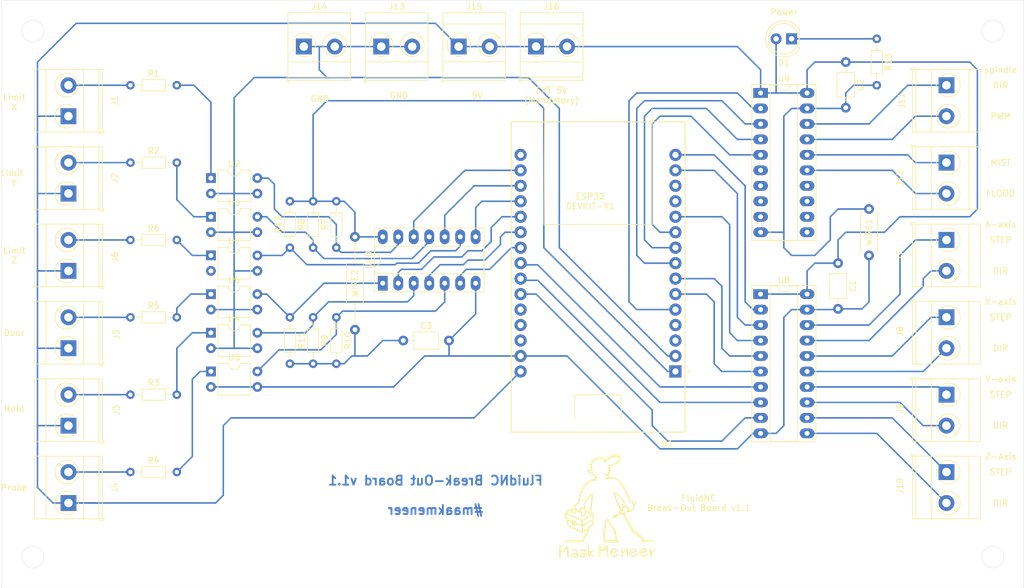
<source format=kicad_pcb>
(kicad_pcb (version 20221018) (generator pcbnew)
  (layers (0 "F.Cu" signal) (31 "B.Cu" signal) (34 "B.Paste" user) (35 "F.Paste" user) (36 "B.SilkS" user "B.Silkscreen") (37 "F.SilkS" user "F.Silkscreen") (38 "B.Mask" user) (39 "F.Mask" user) (44 "Edge.Cuts" user))
  (net 0 "")
  (net 1 "Net-(D1-K)")
  (net 2 "Net-(J1-Pin_2)")
  (net 3 "Net-(J2-Pin_2)")
  (net 4 "Net-(J3-Pin_2)")
  (net 5 "Net-(J4-Pin_2)")
  (net 6 "Net-(J5-Pin_2)")
  (net 7 "Net-(J6-Pin_2)")
  (net 8 "Net-(J7-Pin_1)")
  (net 9 "Net-(J7-Pin_2)")
  (net 10 "Net-(J8-Pin_1)")
  (net 11 "Net-(J8-Pin_2)")
  (net 12 "Net-(J9-Pin_1)")
  (net 13 "Net-(R10-Pad1)")
  (net 14 "Net-(R9-Pad1)")
  (net 15 "Net-(R12-Pad1)")
  (net 16 "Net-(R11-Pad1)")
  (net 17 "Net-(R8-Pad1)")
  (net 18 "Net-(R7-Pad1)")
  (net 19 "Net-(J9-Pin_2)")
  (net 20 "GND")
  (net 21 "Net-(R1-Pad2)")
  (net 22 "Net-(R2-Pad2)")
  (net 23 "Net-(R3-Pad2)")
  (net 24 "Net-(R4-Pad2)")
  (net 25 "Net-(R5-Pad2)")
  (net 26 "Net-(R6-Pad2)")
  (net 27 "+5V")
  (net 28 "Net-(J10-Pin_1)")
  (net 29 "Net-(J10-Pin_2)")
  (net 30 "Net-(J11-Pin_1)")
  (net 31 "Net-(J11-Pin_2)")
  (net 32 "Net-(J12-Pin_1)")
  (net 33 "Net-(J12-Pin_2)")
  (net 35 "+3V3")
  (net 37 "Net-(U1-D4)")
  (net 38 "Net-(U1-RX2)")
  (net 39 "Net-(U1-TX2)")
  (net 40 "Net-(U1-D5)")
  (net 41 "Net-(U1-D18)")
  (net 42 "Net-(U1-D19)")
  (net 43 "Net-(U1-D21)")
  (net 46 "Net-(U1-D22)")
  (net 47 "Net-(U1-D23)")
  (net 49 "Net-(U1-VP)")
  (net 50 "Net-(U1-VN)")
  (net 51 "Net-(U1-D34)")
  (net 52 "Net-(U1-D35)")
  (net 53 "Net-(U1-D32)")
  (net 54 "Net-(U1-D33)")
  (net 55 "Net-(U1-D25)")
  (net 56 "Net-(U1-D26)")
  (net 57 "Net-(U1-D27)")
  (footprint "Package_DIP:DIP-4_W7.62mm" (layer "F.Cu") (at 85.09 63.5)
    (fp_text reference "U2")
    (fp_text value "PC817")
  )
  (footprint "Package_DIP:DIP-4_W7.62mm" (layer "F.Cu") (at 85.09 69.85)
    (fp_text reference "U3")
    (fp_text value "PC817")
  )
  (footprint "Package_DIP:DIP-4_W7.62mm" (layer "F.Cu") (at 85.09 88.9)
    (fp_text reference "U4")
    (fp_text value "PC817")
  )
  (footprint "Package_DIP:DIP-4_W7.62mm" (layer "F.Cu") (at 85.09 95.25)
    (fp_text reference "U5")
    (fp_text value "PC817")
  )
  (footprint "Package_DIP:DIP-4_W7.62mm" (layer "F.Cu") (at 85.09 82.55)
    (fp_text reference "U6")
    (fp_text value "PC817")
  )
  (footprint "Package_DIP:DIP-4_W7.62mm" (layer "F.Cu") (at 85.09 76.2)
    (fp_text reference "U7")
    (fp_text value "PC817")
  )
  (footprint "Capacitor_THT:C_Axial_L3.8mm_D2.6mm_P7.50mm_Horizontal" (layer "F.Cu") (at 187.96 77.47 -90)
    (fp_text reference "C1")
    (fp_text value "100nF")
  )
  (footprint "Capacitor_THT:C_Axial_L3.8mm_D2.6mm_P7.50mm_Horizontal" (layer "F.Cu") (at 189.23 44.45 -90)
    (fp_text reference "C2")
    (fp_text value "100nF")
  )
  (footprint "LED_THT:LED_D5.0mm" (layer "F.Cu") (at 180.34 40.64 180)
    (fp_text reference "D1")
    (fp_text value "LED")
  )
  (footprint "Resistor_THT:R_Axial_DIN0204_L3.6mm_D1.6mm_P7.62mm_Horizontal" (layer "F.Cu") (at 71.882 48.26)
    (fp_text reference "R1")
    (fp_text value "220")
  )
  (footprint "Resistor_THT:R_Axial_DIN0204_L3.6mm_D1.6mm_P7.62mm_Horizontal" (layer "F.Cu") (at 71.882 60.96)
    (fp_text reference "R2")
    (fp_text value "220")
  )
  (footprint "Resistor_THT:R_Axial_DIN0204_L3.6mm_D1.6mm_P7.62mm_Horizontal" (layer "F.Cu") (at 71.882 99.06)
    (fp_text reference "R3")
    (fp_text value "220")
  )
  (footprint "Resistor_THT:R_Axial_DIN0204_L3.6mm_D1.6mm_P7.62mm_Horizontal" (layer "F.Cu") (at 71.882 111.76)
    (fp_text reference "R4")
    (fp_text value "220")
  )
  (footprint "Resistor_THT:R_Axial_DIN0204_L3.6mm_D1.6mm_P7.62mm_Horizontal" (layer "F.Cu") (at 71.882 86.36)
    (fp_text reference "R5")
    (fp_text value "220")
  )
  (footprint "Resistor_THT:R_Axial_DIN0204_L3.6mm_D1.6mm_P7.62mm_Horizontal" (layer "F.Cu") (at 71.882 73.66)
    (fp_text reference "R6")
    (fp_text value "220")
  )
  (footprint "Resistor_THT:R_Axial_DIN0204_L3.6mm_D1.6mm_P7.62mm_Horizontal" (layer "F.Cu") (at 105.664 74.93 90)
    (fp_text reference "R7")
    (fp_text value "10k")
  )
  (footprint "Resistor_THT:R_Axial_DIN0204_L3.6mm_D1.6mm_P7.62mm_Horizontal" (layer "F.Cu") (at 101.854 74.93 90)
    (fp_text reference "R8")
    (fp_text value "10k")
  )
  (footprint "Resistor_THT:R_Axial_DIN0204_L3.6mm_D1.6mm_P7.62mm_Horizontal" (layer "F.Cu") (at 101.854 86.36 -90)
    (fp_text reference "R9")
    (fp_text value "10k")
  )
  (footprint "Resistor_THT:R_Axial_DIN0204_L3.6mm_D1.6mm_P7.62mm_Horizontal" (layer "F.Cu") (at 105.664 86.36 -90)
    (fp_text reference "R10")
    (fp_text value "10k")
  )
  (footprint "Resistor_THT:R_Axial_DIN0204_L3.6mm_D1.6mm_P7.62mm_Horizontal" (layer "F.Cu") (at 98.044 86.36 -90)
    (fp_text reference "R11")
    (fp_text value "10k")
  )
  (footprint "Resistor_THT:R_Axial_DIN0204_L3.6mm_D1.6mm_P7.62mm_Horizontal" (layer "F.Cu") (at 98.044 74.93 90)
    (fp_text reference "R12")
    (fp_text value "10k")
  )
  (footprint "Resistor_THT:R_Axial_DIN0204_L3.6mm_D1.6mm_P7.62mm_Horizontal" (layer "F.Cu") (at 194.31 40.64 -90)
    (fp_text reference "R13")
    (fp_text value "330")
  )
  (footprint "ESP32-DEVKIT-V1:MODULE_ESP32_DEVKIT_V1" (layer "F.Cu") (at 148.59 79.735 180)
    (fp_text reference "U1")
    (fp_text value "ESP32-DEVKIT-V1")
  )
  (footprint "Package_DIP:DIP-20_W7.62mm_Socket_LongPads" (layer "F.Cu") (at 175.26 82.55)
    (fp_text reference "U8")
    (fp_text value "74HCT245n")
  )
  (footprint "Package_DIP:DIP-20_W7.62mm_Socket_LongPads" (layer "F.Cu") (at 175.26 49.53)
    (fp_text reference "U9")
    (fp_text value "74HCT245n")
  )
  (footprint "TerminalBlock_MetzConnect:TerminalBlock_MetzConnect_Type073_RT02602HBLU_1x02_P5.08mm_Horizontal" (layer "F.Cu") (at 61.722 53.34 90)
    (fp_text reference "J1")
    (fp_text value "X_Limit")
  )
  (footprint "TerminalBlock_MetzConnect:TerminalBlock_MetzConnect_Type073_RT02602HBLU_1x02_P5.08mm_Horizontal" (layer "F.Cu") (at 61.722 66.04 90)
    (fp_text reference "J2")
    (fp_text value "Y_Limit")
  )
  (footprint "TerminalBlock_MetzConnect:TerminalBlock_MetzConnect_Type073_RT02602HBLU_1x02_P5.08mm_Horizontal" (layer "F.Cu") (at 61.722 104.14 90)
    (fp_text reference "J3")
    (fp_text value "Hold")
  )
  (footprint "TerminalBlock_MetzConnect:TerminalBlock_MetzConnect_Type073_RT02602HBLU_1x02_P5.08mm_Horizontal" (layer "F.Cu") (at 61.722 116.84 90)
    (fp_text reference "J4")
    (fp_text value "Probe")
  )
  (footprint "TerminalBlock_MetzConnect:TerminalBlock_MetzConnect_Type073_RT02602HBLU_1x02_P5.08mm_Horizontal" (layer "F.Cu") (at 61.722 91.44 90)
    (fp_text reference "J5")
    (fp_text value "Door")
  )
  (footprint "TerminalBlock_MetzConnect:TerminalBlock_MetzConnect_Type073_RT02602HBLU_1x02_P5.08mm_Horizontal" (layer "F.Cu") (at 61.722 78.74 90)
    (fp_text reference "J6")
    (fp_text value "Z_Limit")
  )
  (footprint "TerminalBlock_MetzConnect:TerminalBlock_MetzConnect_Type073_RT02602HBLU_1x02_P5.08mm_Horizontal" (layer "F.Cu") (at 205.74 73.66 -90)
    (fp_text reference "J7")
    (fp_text value "A_stepdir")
  )
  (footprint "TerminalBlock_MetzConnect:TerminalBlock_MetzConnect_Type073_RT02602HBLU_1x02_P5.08mm_Horizontal" (layer "F.Cu") (at 205.74 86.36 -90)
    (fp_text reference "J8")
    (fp_text value "X_stepdir")
  )
  (footprint "TerminalBlock_MetzConnect:TerminalBlock_MetzConnect_Type073_RT02602HBLU_1x02_P5.08mm_Horizontal" (layer "F.Cu") (at 205.74 99.06 -90)
    (fp_text reference "J9")
    (fp_text value "Y_stepdir")
  )
  (footprint "TerminalBlock_MetzConnect:TerminalBlock_MetzConnect_Type073_RT02602HBLU_1x02_P5.08mm_Horizontal" (layer "F.Cu") (at 205.74 111.76 -90)
    (fp_text reference "J10")
    (fp_text value "Z_stepdir")
  )
  (footprint "TerminalBlock_MetzConnect:TerminalBlock_MetzConnect_Type073_RT02602HBLU_1x02_P5.08mm_Horizontal" (layer "F.Cu") (at 205.74 48.26 -90)
    (fp_text reference "J11")
    (fp_text value "spindle_pwm_dir")
  )
  (footprint "TerminalBlock_MetzConnect:TerminalBlock_MetzConnect_Type073_RT02602HBLU_1x02_P5.08mm_Horizontal" (layer "F.Cu") (at 205.74 60.96 -90)
    (fp_text reference "J12")
    (fp_text value "Flood_Mist")
  )
  (footprint "Resistor_THT:R_Axial_DIN0207_L6.3mm_D2.5mm_P7.62mm_Horizontal" (layer "F.Cu") (at 193.04 68.58 -90)
    (fp_text reference "WIRE1")
    (fp_text value "0")
  )
  (footprint "Resistor_THT:R_Axial_DIN0207_L6.3mm_D2.5mm_P15.24mm_Horizontal" (layer "F.Cu") (at 108.712 88.392 90)
    (fp_text reference "WIRE2")
    (fp_text value "0")
  )
  (footprint "Pictures:maakmeneerlogo" (layer "F.Cu") (at 149.86 127)
    (fp_text reference "G***" hide)
    (fp_text value "LOGO" hide)
  )
  (footprint "TerminalBlock_MetzConnect:TerminalBlock_MetzConnect_Type073_RT02602HBLU_1x02_P5.08mm_Horizontal" (layer "F.Cu") (at 113.03 41.91)
    (fp_text reference "J13")
    (fp_text value "GND")
  )
  (footprint "TerminalBlock_MetzConnect:TerminalBlock_MetzConnect_Type073_RT02602HBLU_1x02_P5.08mm_Horizontal" (layer "F.Cu") (at 100.33 41.91)
    (fp_text reference "J14")
    (fp_text value "GND")
  )
  (footprint "TerminalBlock_MetzConnect:TerminalBlock_MetzConnect_Type073_RT02602HBLU_1x02_P5.08mm_Horizontal" (layer "F.Cu") (at 125.73 41.91)
    (fp_text reference "J15")
    (fp_text value "+5v")
  )
  (footprint "TerminalBlock_MetzConnect:TerminalBlock_MetzConnect_Type073_RT02602HBLU_1x02_P5.08mm_Horizontal" (layer "F.Cu") (at 138.43 41.91)
    (fp_text reference "J16")
    (fp_text value "+5v")
  )
  (footprint "Package_DIP:DIP-14_W7.62mm_Socket_LongPads" (layer "F.Cu") (at 113.279 80.762 90)
    (fp_text reference "U10")
    (fp_text value "74HC14")
  )
  (footprint "Capacitor_THT:C_Axial_L3.8mm_D2.6mm_P7.50mm_Horizontal" (layer "F.Cu") (at 116.646 90.17)
    (fp_text reference "C3")
    (fp_text value "100nF")
  )
  (gr_line (start 139.81 51.995) (end 139.7 71.12) (stroke (width 0.12)) (layer "F.SilkS"))
  (gr_line (start 144.78 102.87) (end 144.78 99.06) (stroke (width 0.12)) (layer "F.SilkS"))
  (gr_line (start 152.4 99.06) (end 152.4 102.87) (stroke (width 0.12)) (layer "F.SilkS"))
  (gr_line (start 144.78 99.06) (end 152.4 99.06) (stroke (width 0.12)) (layer "F.SilkS"))
  (gr_line (start 157.48 71.12) (end 157.48 52.07) (stroke (width 0.12)) (layer "F.SilkS"))
  (gr_line (start 139.7 71.12) (end 157.48 71.12) (stroke (width 0.12)) (layer "F.SilkS"))
  (gr_line (start 50.8 130.81) (end 50.8 34.29) (stroke (width 0.05)) (layer "Edge.Cuts"))
  (gr_circle (center 55.88 39.37) (end 57.15 40.64) (stroke (width 0.05)) (fill none) (layer "Edge.Cuts"))
  (gr_line (start 218.44 34.29) (end 218.44 130.81) (stroke (width 0.05)) (layer "Edge.Cuts"))
  (gr_circle (center 213.36 125.73) (end 214.63 127) (stroke (width 0.05)) (fill none) (layer "Edge.Cuts"))
  (gr_circle (center 55.88 125.73) (end 57.15 127) (stroke (width 0.05)) (fill none) (layer "Edge.Cuts"))
  (gr_circle (center 213.36 39.37) (end 214.63 40.64) (stroke (width 0.05)) (fill none) (layer "Edge.Cuts"))
  (gr_line (start 50.8 34.29) (end 218.44 34.29) (stroke (width 0.05)) (layer "Edge.Cuts"))
  (gr_line (start 218.44 130.81) (end 50.8 130.81) (stroke (width 0.05)) (layer "Edge.Cuts"))
  (gr_text "FluidNC Break-Out Board v1.1\n\n#maakmeneer" (at 121.92 115.57) (layer "B.Cu") (effects (font (size 1.5 1.5) (thickness 0.3)) (justify mirror)))
  (gr_text "spindle" (at 214.63 45.72) (layer "F.SilkS") (effects (font (size 1 1))))
  (gr_text "Limit\nX\n" (at 52.832 51.054) (layer "F.SilkS") (effects (font (size 1 1))))
  (gr_text "GND" (at 101.346 51.054) (layer "F.SilkS") (effects (font (size 1 1)) (justify left bottom)))
  (gr_text "Probe" (at 52.832 114.3) (layer "F.SilkS") (effects (font (size 1 1))))
  (gr_text "Door" (at 52.832 88.9) (layer "F.SilkS") (effects (font (size 1 1))))
  (gr_text "FluidNC\nBreak-Out Board v1.1" (at 165.1 116.84) (layer "F.SilkS") (effects (font (size 1 1))))
  (gr_text "GND" (at 114.3 50.546) (layer "F.SilkS") (effects (font (size 1 1)) (justify left bottom)))
  (gr_text "STEP" (at 214.63 86.36) (layer "F.SilkS") (effects (font (size 1 1))))
  (gr_text "DIR" (at 214.63 104.14) (layer "F.SilkS") (effects (font (size 1 1))))
  (gr_text "DIR" (at 214.63 78.74) (layer "F.SilkS") (effects (font (size 1 1))))
  (gr_text "Y-axis" (at 214.63 96.52) (layer "F.SilkS") (effects (font (size 1 1))))
  (gr_text "PWM" (at 214.63 53.34) (layer "F.SilkS") (effects (font (size 1 1))))
  (gr_text "ESP32\nDEVKIT-V1" (at 147.32 67.31) (layer "F.SilkS") (effects (font (size 1 1))))
  (gr_text "A-axis" (at 214.63 71.12) (layer "F.SilkS") (effects (font (size 1 1))))
  (gr_text "FLOOD" (at 214.63 66.04) (layer "F.SilkS") (effects (font (size 1 1))))
  (gr_text "Hold" (at 52.832 101.346) (layer "F.SilkS") (effects (font (size 1 1))))
  (gr_text "Limit \nY" (at 52.832 63.5) (layer "F.SilkS") (effects (font (size 1 1))))
  (gr_text "Limit\nZ" (at 52.832 76.2) (layer "F.SilkS") (effects (font (size 1 1))))
  (gr_text "Power" (at 176.784 36.83) (layer "F.SilkS") (effects (font (size 1 1)) (justify left bottom)))
  (gr_text "DIR" (at 214.63 116.84) (layer "F.SilkS") (effects (font (size 1 1))))
  (gr_text "MIST" (at 214.63 60.96) (layer "F.SilkS") (effects (font (size 1 1))))
  (gr_text "DIR" (at 214.63 91.44) (layer "F.SilkS") (effects (font (size 1 1))))
  (gr_text "Z-Axis" (at 214.63 109.22) (layer "F.SilkS") (effects (font (size 1 1))))
  (gr_text "DIR" (at 214.63 48.26) (layer "F.SilkS") (effects (font (size 1 1))))
  (gr_text "STEP" (at 214.63 73.66) (layer "F.SilkS") (effects (font (size 1 1))))
  (gr_text "5V" (at 127.762 50.546) (layer "F.SilkS") (effects (font (size 1 1)) (justify left bottom)))
  (gr_text "X-axis" (at 214.63 83.82) (layer "F.SilkS") (effects (font (size 1 1))))
  (gr_text "STEP" (at 214.63 111.76) (layer "F.SilkS") (effects (font (size 1 1))))
  (gr_text "EXT 5V\n(Mandatory)\n" (at 140.97 51.308) (layer "F.SilkS") (effects (font (size 1 1)) (justify bottom)))
  (gr_text "STEP" (at 214.63 99.06) (layer "F.SilkS") (effects (font (size 1 1))))
  (segment (start 180.34 40.64) (end 194.31 40.64) (width 0.25) (layer "B.Cu") (net 1))
  (segment (start 61.722 48.26) (end 71.882 48.26) (width 0.25) (layer "B.Cu") (net 2))
  (segment (start 61.722 60.96) (end 71.882 60.96) (width 0.25) (layer "B.Cu") (net 3))
  (segment (start 61.722 99.06) (end 71.882 99.06) (width 0.25) (layer "B.Cu") (net 4))
  (segment (start 61.722 111.76) (end 71.882 111.76) (width 0.25) (layer "B.Cu") (net 5))
  (segment (start 61.722 86.36) (end 71.882 86.36) (width 0.25) (layer "B.Cu") (net 6))
  (segment (start 61.722 73.66) (end 71.882 73.66) (width 0.25) (layer "B.Cu") (net 7))
  (segment (start 200.66 73.66) (end 205.74 73.66) (width 0.25) (layer "B.Cu") (net 8))
  (segment (start 182.88 87.63) (end 193.04 87.63) (width 0.25) (layer "B.Cu") (net 8))
  (segment (start 198.12 82.55) (end 198.12 76.2) (width 0.25) (layer "B.Cu") (net 8))
  (segment (start 198.12 76.2) (end 200.66 73.66) (width 0.25) (layer "B.Cu") (net 8))
  (segment (start 193.04 87.63) (end 198.12 82.55) (width 0.25) (layer "B.Cu") (net 8))
  (segment (start 203.2 78.74) (end 205.74 78.74) (width 0.25) (layer "B.Cu") (net 9))
  (segment (start 201.93 80.01) (end 203.2 78.74) (width 0.25) (layer "B.Cu") (net 9))
  (segment (start 182.88 90.17) (end 193.04 90.17) (width 0.25) (layer "B.Cu") (net 9))
  (segment (start 193.04 90.17) (end 201.93 81.28) (width 0.25) (layer "B.Cu") (net 9))
  (segment (start 201.93 81.28) (end 201.93 80.01) (width 0.25) (layer "B.Cu") (net 9))
  (segment (start 196.85 92.71) (end 203.2 86.36) (width 0.25) (layer "B.Cu") (net 10))
  (segment (start 203.2 86.36) (end 205.74 86.36) (width 0.25) (layer "B.Cu") (net 10))
  (segment (start 182.88 92.71) (end 196.85 92.71) (width 0.25) (layer "B.Cu") (net 10))
  (segment (start 182.88 95.25) (end 201.93 95.25) (width 0.25) (layer "B.Cu") (net 11))
  (segment (start 201.93 95.25) (end 205.74 91.44) (width 0.25) (layer "B.Cu") (net 11))
  (segment (start 204.47 97.79) (end 205.74 99.06) (width 0.25) (layer "B.Cu") (net 12))
  (segment (start 182.88 97.79) (end 204.47 97.79) (width 0.25) (layer "B.Cu") (net 12))
  (segment (start 103.124 91.694) (end 105.664 89.154) (width 0.25) (layer "B.Cu") (net 13))
  (segment (start 96.266 91.694) (end 103.124 91.694) (width 0.25) (layer "B.Cu") (net 13))
  (segment (start 105.664 86.36) (end 106.68 85.344) (width 0.25) (layer "B.Cu") (net 13))
  (segment (start 123.439 83.825) (end 123.439 80.762) (width 0.25) (layer "B.Cu") (net 13))
  (segment (start 105.664 89.154) (end 105.664 86.36) (width 0.25) (layer "B.Cu") (net 13))
  (segment (start 121.92 85.344) (end 123.439 83.825) (width 0.25) (layer "B.Cu") (net 13))
  (segment (start 92.71 95.25) (end 96.266 91.694) (width 0.25) (layer "B.Cu") (net 13))
  (segment (start 106.68 85.344) (end 121.92 85.344) (width 0.25) (layer "B.Cu") (net 13))
  (segment (start 101.854 87.63) (end 101.854 86.36) (width 0.25) (layer "B.Cu") (net 14))
  (segment (start 104.394 83.82) (end 117.348 83.82) (width 0.25) (layer "B.Cu") (net 14))
  (segment (start 118.359 82.809) (end 118.359 80.762) (width 0.25) (layer "B.Cu") (net 14))
  (segment (start 117.348 83.82) (end 118.359 82.809) (width 0.25) (layer "B.Cu") (net 14))
  (segment (start 100.584 88.9) (end 101.854 87.63) (width 0.25) (layer "B.Cu") (net 14))
  (segment (start 92.71 88.9) (end 100.584 88.9) (width 0.25) (layer "B.Cu") (net 14))
  (segment (start 101.854 86.36) (end 104.394 83.82) (width 0.25) (layer "B.Cu") (net 14))
  (segment (start 125.979 73.142) (end 125.979 74.681) (width 0.25) (layer "B.Cu") (net 15))
  (segment (start 119.126 77.47) (end 115.57 77.47) (width 0.25) (layer "B.Cu") (net 15))
  (segment (start 121.158 75.438) (end 119.126 77.47) (width 0.25) (layer "B.Cu") (net 15))
  (segment (start 96.774 76.2) (end 98.044 74.93) (width 0.25) (layer "B.Cu") (net 15))
  (segment (start 125.222 75.438) (end 121.158 75.438) (width 0.25) (layer "B.Cu") (net 15))
  (segment (start 100.838 77.724) (end 98.044 74.93) (width 0.25) (layer "B.Cu") (net 15))
  (segment (start 92.71 76.2) (end 96.774 76.2) (width 0.25) (layer "B.Cu") (net 15))
  (segment (start 115.57 77.47) (end 115.316 77.724) (width 0.25) (layer "B.Cu") (net 15))
  (segment (start 115.316 77.724) (end 100.838 77.724) (width 0.25) (layer "B.Cu") (net 15))
  (segment (start 125.979 74.681) (end 125.222 75.438) (width 0.25) (layer "B.Cu") (net 15))
  (segment (start 113.279 80.762) (end 103.642 80.762) (width 0.25) (layer "B.Cu") (net 16))
  (segment (start 94.234 82.55) (end 98.044 86.36) (width 0.25) (layer "B.Cu") (net 16))
  (segment (start 103.642 80.762) (end 98.044 86.36) (width 0.25) (layer "B.Cu") (net 16))
  (segment (start 92.71 82.55) (end 94.234 82.55) (width 0.25) (layer "B.Cu") (net 16))
  (segment (start 94.234 69.85) (end 92.71 69.85) (width 0.25) (layer "B.Cu") (net 17))
  (segment (start 96.774 72.39) (end 94.234 69.85) (width 0.25) (layer "B.Cu") (net 17))
  (segment (start 118.11 76.708) (end 120.899 73.919) (width 0.25) (layer "B.Cu") (net 17))
  (segment (start 120.899 73.919) (end 120.899 73.142) (width 0.25) (layer "B.Cu") (net 17))
  (segment (start 96.774 72.39) (end 100.584 72.39) (width 0.25) (layer "B.Cu") (net 17))
  (segment (start 100.584 72.39) (end 101.854 73.66) (width 0.25) (layer "B.Cu") (net 17))
  (segment (start 101.854 73.66) (end 101.854 74.93) (width 0.25) (layer "B.Cu") (net 17))
  (segment (start 101.854 74.93) (end 103.632 76.708) (width 0.25) (layer "B.Cu") (net 17))
  (segment (start 103.632 76.708) (end 118.11 76.708) (width 0.25) (layer "B.Cu") (net 17))
  (segment (start 94.488 63.5) (end 92.71 63.5) (width 0.25) (layer "B.Cu") (net 18))
  (segment (start 95.504 68.58) (end 95.504 64.516) (width 0.25) (layer "B.Cu") (net 18))
  (segment (start 96.774 69.85) (end 95.504 68.58) (width 0.25) (layer "B.Cu") (net 18))
  (segment (start 104.394 69.85) (end 105.664 71.12) (width 0.25) (layer "B.Cu") (net 18))
  (segment (start 105.664 71.12) (end 105.664 74.93) (width 0.25) (layer "B.Cu") (net 18))
  (segment (start 96.774 69.85) (end 104.394 69.85) (width 0.25) (layer "B.Cu") (net 18))
  (segment (start 106.426 75.692) (end 114.554 75.692) (width 0.25) (layer "B.Cu") (net 18))
  (segment (start 105.664 74.93) (end 106.426 75.692) (width 0.25) (layer "B.Cu") (net 18))
  (segment (start 115.819 74.427) (end 115.819 73.142) (width 0.25) (layer "B.Cu") (net 18))
  (segment (start 114.554 75.692) (end 115.819 74.427) (width 0.25) (layer "B.Cu") (net 18))
  (segment (start 95.504 64.516) (end 94.488 63.5) (width 0.25) (layer "B.Cu") (net 18))
  (segment (start 182.88 100.33) (end 198.12 100.33) (width 0.25) (layer "B.Cu") (net 19))
  (segment (start 201.93 104.14) (end 205.74 104.14) (width 0.25) (layer "B.Cu") (net 19))
  (segment (start 198.12 100.33) (end 201.93 104.14) (width 0.25) (layer "B.Cu") (net 19))
  (segment (start 104.902 46.99) (end 104.14 46.99) (width 0.25) (layer "B.Cu") (net 20))
  (segment (start 115.062 97.79) (end 120.142 92.71) (width 0.25) (layer "B.Cu") (net 20))
  (segment (start 102.87 41.91) (end 104.14 41.91) (width 0.25) (layer "B.Cu") (net 20))
  (segment (start 179.07 53.34) (end 179.07 72.39) (width 0.25) (layer "B.Cu") (net 20))
  (segment (start 187.84 85.09) (end 187.96 84.97) (width 0.25) (layer "B.Cu") (net 20))
  (segment (start 191.89 84.97) (end 193.04 83.82) (width 0.25) (layer "B.Cu") (net 20))
  (segment (start 158.75 107.95) (end 171.45 107.95) (width 0.25) (layer "B.Cu") (net 20))
  (segment (start 142.24 74.93) (end 142.24 52.07) (width 0.25) (layer "B.Cu") (net 20))
  (segment (start 135.89 92.71) (end 143.51 92.71) (width 0.25) (layer "B.Cu") (net 20))
  (segment (start 124.146 90.17) (end 124.146 92.65) (width 0.25) (layer "B.Cu") (net 20))
  (segment (start 173.99 105.41) (end 175.26 105.41) (width 0.25) (layer "B.Cu") (net 20))
  (segment (start 179.07 104.14) (end 179.07 86.36) (width 0.25) (layer "B.Cu") (net 20))
  (segment (start 88.9 91.44) (end 92.71 91.44) (width 0.25) (layer "B.Cu") (net 20))
  (segment (start 102.87 45.72) (end 102.87 41.91) (width 0.25) (layer "B.Cu") (net 20))
  (segment (start 189.23 49.53) (end 189.23 51.95) (width 0.25) (layer "B.Cu") (net 20))
  (segment (start 128.519 80.762) (end 128.519 85.797) (width 0.25) (layer "B.Cu") (net 20))
  (segment (start 104.14 41.91) (end 105.41 41.91) (width 0.25) (layer "B.Cu") (net 20))
  (segment (start 88.9 78.74) (end 88.9 85.09) (width 0.25) (layer "B.Cu") (net 20))
  (segment (start 171.45 107.95) (end 173.99 105.41) (width 0.25) (layer "B.Cu") (net 20))
  (segment (start 124.206 92.71) (end 135.89 92.71) (width 0.25) (layer "B.Cu") (net 20))
  (segment (start 179.07 74.93) (end 180.34 76.2) (width 0.25) (layer "B.Cu") (net 20))
  (segment (start 175.26 72.39) (end 179.07 72.39) (width 0.25) (layer "B.Cu") (net 20))
  (segment (start 88.9 78.74) (end 92.71 78.74) (width 0.25) (layer "B.Cu") (net 20))
  (segment (start 179.07 86.36) (end 180.34 85.09) (width 0.25) (layer "B.Cu") (net 20))
  (segment (start 182.88 52.07) (end 180.34 52.07) (width 0.25) (layer "B.Cu") (net 20))
  (segment (start 182.88 85.09) (end 187.84 85.09) (width 0.25) (layer "B.Cu") (net 20))
  (segment (start 160.02 92.71) (end 142.24 74.93) (width 0.25) (layer "B.Cu") (net 20))
  (segment (start 186.69 73.66) (end 186.69 69.85) (width 0.25) (layer "B.Cu") (net 20))
  (segment (start 180.34 52.07) (end 179.07 53.34) (width 0.25) (layer "B.Cu") (net 20))
  (segment (start 137.16 46.99) (end 104.902 46.99) (width 0.25) (layer "B.Cu") (net 20))
  (segment (start 128.519 85.797) (end 124.146 90.17) (width 0.25) (layer "B.Cu") (net 20))
  (segment (start 182.88 52.07) (end 189.11 52.07) (width 0.25) (layer "B.Cu") (net 20))
  (segment (start 184.15 76.2) (end 186.69 73.66) (width 0.25) (layer "B.Cu") (net 20))
  (segment (start 85.09 97.79) (end 92.71 97.79) (width 0.25) (layer "B.Cu") (net 20))
  (segment (start 88.9 66.04) (end 92.71 66.04) (width 0.25) (layer "B.Cu") (net 20))
  (segment (start 85.09 66.04) (end 88.9 66.04) (width 0.25) (layer "B.Cu") (net 20))
  (segment (start 193.04 83.82) (end 193.04 76.2) (width 0.25) (layer "B.Cu") (net 20))
  (segment (start 88.9 66.04) (end 88.9 50.292) (width 0.25) (layer "B.Cu") (net 20))
  (segment (start 92.71 97.79) (end 115.062 97.79) (width 0.25) (layer "B.Cu") (net 20))
  (segment (start 88.9 85.09) (end 88.9 91.44) (width 0.25) (layer "B.Cu") (net 20))
  (segment (start 161.29 92.71) (end 160.02 92.71) (width 0.25) (layer "B.Cu") (net 20))
  (segment (start 180.34 76.2) (end 184.15 76.2) (width 0.25) (layer "B.Cu") (net 20))
  (segment (start 85.09 85.09) (end 88.9 85.09) (width 0.25) (layer "B.Cu") (net 20))
  (segment (start 100.33 41.91) (end 102.87 41.91) (width 0.25) (layer "B.Cu") (net 20))
  (segment (start 88.9 66.04) (end 88.9 72.39) (width 0.25) (layer "B.Cu") (net 20))
  (segment (start 88.9 85.09) (end 92.71 85.09) (width 0.25) (layer "B.Cu") (net 20))
  (segment (start 88.9 72.39) (end 92.71 72.39) (width 0.25) (layer "B.Cu") (net 20))
  (segment (start 175.26 105.41) (end 177.8 105.41) (width 0.25) (layer "B.Cu") (net 20))
  (segment (start 186.69 69.85) (end 187.96 68.58) (width 0.25) (layer "B.Cu") (net 20))
  (segment (start 177.8 105.41) (end 179.07 104.14) (width 0.25) (layer "B.Cu") (net 20))
  (segment (start 142.24 52.07) (end 137.16 46.99) (width 0.25) (layer "B.Cu") (net 20))
  (segment (start 194.31 48.26) (end 190.5 48.26) (width 0.25) (layer "B.Cu") (net 20))
  (segment (start 88.9 50.292) (end 92.202 46.99) (width 0.25) (layer "B.Cu") (net 20))
  (segment (start 104.14 46.99) (end 102.87 45.72) (width 0.25) (layer "B.Cu") (net 20))
  (segment (start 190.5 48.26) (end 189.23 49.53) (width 0.25) (layer "B.Cu") (net 20))
  (segment (start 92.202 46.99) (end 104.902 46.99) (width 0.25) (layer "B.Cu") (net 20))
  (segment (start 120.142 92.71) (end 124.206 92.71) (width 0.25) (layer "B.Cu") (net 20))
  (segment (start 105.41 41.91) (end 113.03 41.91) (width 0.25) (layer "B.Cu") (net 20))
  (segment (start 85.09 72.39) (end 88.9 72.39) (width 0.25) (layer "B.Cu") (net 20))
  (segment (start 124.146 92.65) (end 124.206 92.71) (width 0.25) (layer "B.Cu") (net 20))
  (segment (start 143.51 92.71) (end 158.75 107.95) (width 0.25) (layer "B.Cu") (net 20))
  (segment (start 113.03 41.91) (end 118.11 41.91) (width 0.25) (layer "B.Cu") (net 20))
  (segment (start 187.96 68.58) (end 193.04 68.58) (width 0.25) (layer "B.Cu") (net 20))
  (segment (start 187.96 84.97) (end 191.89 84.97) (width 0.25) (layer "B.Cu") (net 20))
  (segment (start 85.09 91.44) (end 88.9 91.44) (width 0.25) (layer "B.Cu") (net 20))
  (segment (start 189.11 52.07) (end 189.23 51.95) (width 0.25) (layer "B.Cu") (net 20))
  (segment (start 179.07 72.39) (end 179.07 74.93) (width 0.25) (layer "B.Cu") (net 20))
  (segment (start 180.34 85.09) (end 182.88 85.09) (width 0.25) (layer "B.Cu") (net 20))
  (segment (start 88.9 78.74) (end 88.9 72.39) (width 0.25) (layer "B.Cu") (net 20))
  (segment (start 82.296 48.26) (end 85.09 51.054) (width 0.25) (layer "B.Cu") (net 21))
  (segment (start 85.09 51.054) (end 85.09 63.5) (width 0.25) (layer "B.Cu") (net 21))
  (segment (start 79.502 48.26) (end 82.296 48.26) (width 0.25) (layer "B.Cu") (net 21))
  (segment (start 79.502 60.96) (end 79.502 67.056) (width 0.25) (layer "B.Cu") (net 22))
  (segment (start 82.296 69.85) (end 85.09 69.85) (width 0.25) (layer "B.Cu") (net 22))
  (segment (start 79.502 67.056) (end 82.296 69.85) (width 0.25) (layer "B.Cu") (net 22))
  (segment (start 79.502 99.06) (end 79.502 91.44) (width 0.25) (layer "B.Cu") (net 23))
  (segment (start 79.502 91.44) (end 82.042 88.9) (width 0.25) (layer "B.Cu") (net 23))
  (segment (start 82.042 88.9) (end 85.09 88.9) (width 0.25) (layer "B.Cu") (net 23))
  (segment (start 83.312 95.25) (end 85.09 95.25) (width 0.25) (layer "B.Cu") (net 24))
  (segment (start 79.502 111.76) (end 82.042 109.22) (width 0.25) (layer "B.Cu") (net 24))
  (segment (start 82.042 96.52) (end 83.312 95.25) (width 0.25) (layer "B.Cu") (net 24))
  (segment (start 82.042 109.22) (end 82.042 96.52) (width 0.25) (layer "B.Cu") (net 24))
  (segment (start 79.502 84.836) (end 81.788 82.55) (width 0.25) (layer "B.Cu") (net 25))
  (segment (start 79.502 86.36) (end 79.502 84.836) (width 0.25) (layer "B.Cu") (net 25))
  (segment (start 81.788 82.55) (end 85.09 82.55) (width 0.25) (layer "B.Cu") (net 25))
  (segment (start 82.042 76.2) (end 85.09 76.2) (width 0.25) (layer "B.Cu") (net 26))
  (segment (start 79.502 73.66) (end 82.042 76.2) (width 0.25) (layer "B.Cu") (net 26))
  (segment (start 56.642 44.45) (end 56.642 53.34) (width 0.25) (layer "B.Cu") (net 27))
  (segment (start 56.642 114.3) (end 59.182 116.84) (width 0.25) (layer "B.Cu") (net 27))
  (segment (start 187.96 77.47) (end 187.96 73.66) (width 0.25) (layer "B.Cu") (net 27))
  (segment (start 56.642 78.74) (end 61.722 78.74) (width 0.25) (layer "B.Cu") (net 27))
  (segment (start 210.82 45.72) (end 210.82 68.58) (width 0.25) (layer "B.Cu") (net 27))
  (segment (start 125.73 41.91) (end 121.92 38.1) (width 0.25) (layer "B.Cu") (net 27))
  (segment (start 56.642 53.34) (end 56.642 66.04) (width 0.25) (layer "B.Cu") (net 27))
  (segment (start 189.23 44.45) (end 209.55 44.45) (width 0.25) (layer "B.Cu") (net 27))
  (segment (start 195.58 72.39) (end 198.12 69.85) (width 0.25) (layer "B.Cu") (net 27))
  (segment (start 210.82 68.58) (end 209.55 69.85) (width 0.25) (layer "B.Cu") (net 27))
  (segment (start 87.122 104.14) (end 88.392 102.87) (width 0.25) (layer "B.Cu") (net 27))
  (segment (start 209.55 44.45) (end 210.82 45.72) (width 0.25) (layer "B.Cu") (net 27))
  (segment (start 130.81 41.91) (end 138.43 41.91) (width 0.25) (layer "B.Cu") (net 27))
  (segment (start 56.642 91.44) (end 61.722 91.44) (width 0.25) (layer "B.Cu") (net 27))
  (segment (start 85.852 116.84) (end 87.122 115.57) (width 0.25) (layer "B.Cu") (net 27))
  (segment (start 176.53 82.55) (end 182.88 82.55) (width 0.25) (layer "B.Cu") (net 27))
  (segment (start 56.642 66.04) (end 61.722 66.04) (width 0.25) (layer "B.Cu") (net 27))
  (segment (start 56.642 104.14) (end 61.722 104.14) (width 0.25) (layer "B.Cu") (net 27))
  (segment (start 187.96 73.66) (end 189.23 72.39) (width 0.25) (layer "B.Cu") (net 27))
  (segment (start 198.12 69.85) (end 209.55 69.85) (width 0.25) (layer "B.Cu") (net 27))
  (segment (start 182.88 78.74) (end 184.15 77.47) (width 0.25) (layer "B.Cu") (net 27))
  (segment (start 56.642 66.04) (end 56.642 78.74) (width 0.25) (layer "B.Cu") (net 27))
  (segment (start 128.27 102.87) (end 135.89 95.25) (width 0.25) (layer "B.Cu") (net 27))
  (segment (start 177.8 49.53) (end 182.88 49.53) (width 0.25) (layer "B.Cu") (net 27))
  (segment (start 61.722 53.34) (end 56.642 53.34) (width 0.25) (layer "B.Cu") (net 27))
  (segment (start 182.88 82.55) (end 182.88 78.74) (width 0.25) (layer "B.Cu") (net 27))
  (segment (start 171.45 41.91) (end 175.26 45.72) (width 0.25) (layer "B.Cu") (net 27))
  (segment (start 66.802 116.84) (end 62.992 116.84) (width 0.25) (layer "B.Cu") (net 27))
  (segment (start 175.26 45.72) (end 175.26 49.53) (width 0.25) (layer "B.Cu") (net 27))
  (segment (start 125.73 41.91) (end 130.81 41.91) (width 0.25) (layer "B.Cu") (net 27))
  (segment (start 56.642 78.74) (end 56.642 91.44) (width 0.25) (layer "B.Cu") (net 27))
  (segment (start 182.88 45.72) (end 184.15 44.45) (width 0.25) (layer "B.Cu") (net 27))
  (segment (start 177.8 40.64) (end 177.8 49.53) (width 0.25) (layer "B.Cu") (net 27))
  (segment (start 184.15 77.47) (end 187.96 77.47) (width 0.25) (layer "B.Cu") (net 27))
  (segment (start 88.392 102.87) (end 128.27 102.87) (width 0.25) (layer "B.Cu") (net 27))
  (segment (start 59.182 116.84) (end 61.722 116.84) (width 0.25) (layer "B.Cu") (net 27))
  (segment (start 61.722 116.84) (end 66.802 116.84) (width 0.25) (layer "B.Cu") (net 27))
  (segment (start 56.642 91.44) (end 56.642 104.14) (width 0.25) (layer "B.Cu") (net 27))
  (segment (start 62.992 38.1) (end 56.642 44.45) (width 0.25) (layer "B.Cu") (net 27))
  (segment (start 138.43 41.91) (end 143.51 41.91) (width 0.25) (layer "B.Cu") (net 27))
  (segment (start 56.642 104.14) (end 56.642 114.3) (width 0.25) (layer "B.Cu") (net 27))
  (segment (start 121.92 38.1) (end 62.992 38.1) (width 0.25) (layer "B.Cu") (net 27))
  (segment (start 143.51 41.91) (end 171.45 41.91) (width 0.25) (layer "B.Cu") (net 27))
  (segment (start 189.23 72.39) (end 195.58 72.39) (width 0.25) (layer "B.Cu") (net 27))
  (segment (start 66.802 116.84) (end 85.852 116.84) (width 0.25) (layer "B.Cu") (net 27))
  (segment (start 184.15 44.45) (end 189.23 44.45) (width 0.25) (layer "B.Cu") (net 27))
  (segment (start 175.26 49.53) (end 177.8 49.53) (width 0.25) (layer "B.Cu") (net 27))
  (segment (start 176.53 82.55) (end 175.26 82.55) (width 0.25) (layer "B.Cu") (net 27))
  (segment (start 87.122 115.57) (end 87.122 104.14) (width 0.25) (layer "B.Cu") (net 27))
  (segment (start 182.88 49.53) (end 182.88 45.72) (width 0.25) (layer "B.Cu") (net 27))
  (segment (start 196.85 102.87) (end 205.74 111.76) (width 0.25) (layer "B.Cu") (net 28))
  (segment (start 182.88 102.87) (end 196.85 102.87) (width 0.25) (layer "B.Cu") (net 28))
  (segment (start 182.88 105.41) (end 194.31 105.41) (width 0.25) (layer "B.Cu") (net 29))
  (segment (start 194.31 105.41) (end 205.74 116.84) (width 0.25) (layer "B.Cu") (net 29))
  (segment (start 182.88 54.61) (end 193.04 54.61) (width 0.25) (layer "B.Cu") (net 30))
  (segment (start 199.39 48.26) (end 205.74 48.26) (width 0.25) (layer "B.Cu") (net 30))
  (segment (start 193.04 54.61) (end 199.39 48.26) (width 0.25) (layer "B.Cu") (net 30))
  (segment (start 182.88 57.15) (end 196.85 57.15) (width 0.25) (layer "B.Cu") (net 31))
  (segment (start 200.66 53.34) (end 205.74 53.34) (width 0.25) (layer "B.Cu") (net 31))
  (segment (start 196.85 57.15) (end 200.66 53.34) (width 0.25) (layer "B.Cu") (net 31))
  (segment (start 182.88 59.69) (end 199.39 59.69) (width 0.25) (layer "B.Cu") (net 32))
  (segment (start 200.66 60.96) (end 205.74 60.96) (width 0.25) (layer "B.Cu") (net 32))
  (segment (start 199.39 59.69) (end 200.66 60.96) (width 0.25) (layer "B.Cu") (net 32))
  (segment (start 196.85 62.23) (end 200.66 66.04) (width 0.25) (layer "B.Cu") (net 33))
  (segment (start 182.88 62.23) (end 196.85 62.23) (width 0.25) (layer "B.Cu") (net 33))
  (segment (start 200.66 66.04) (end 205.74 66.04) (width 0.25) (layer "B.Cu") (net 33))
  (segment (start 105.664 67.31) (end 106.934 67.31) (width 0.25) (layer "B.Cu") (net 35))
  (segment (start 98.044 93.98) (end 101.854 93.98) (width 0.25) (layer "B.Cu") (net 35))
  (segment (start 108.712 92.71) (end 110.744 92.71) (width 0.25) (layer "B.Cu") (net 35))
  (segment (start 105.664 93.98) (end 106.934 93.98) (width 0.25) (layer "B.Cu") (net 35))
  (segment (start 108.712 73.152) (end 108.712 69.088) (width 0.25) (layer "B.Cu") (net 35))
  (segment (start 101.854 53.086) (end 101.854 67.31) (width 0.25) (layer "B.Cu") (net 35))
  (segment (start 113.269 73.152) (end 113.279 73.142) (width 0.25) (layer "B.Cu") (net 35))
  (segment (start 138.43 50.8) (end 104.14 50.8) (width 0.25) (layer "B.Cu") (net 35))
  (segment (start 98.044 67.31) (end 101.854 67.31) (width 0.25) (layer "B.Cu") (net 35))
  (segment (start 161.29 95.25) (end 160.02 95.25) (width 0.25) (layer "B.Cu") (net 35))
  (segment (start 101.854 93.98) (end 105.664 93.98) (width 0.25) (layer "B.Cu") (net 35))
  (segment (start 106.934 93.98) (end 108.204 92.71) (width 0.25) (layer "B.Cu") (net 35))
  (segment (start 104.14 50.8) (end 101.854 53.086) (width 0.25) (layer "B.Cu") (net 35))
  (segment (start 106.934 67.31) (end 108.712 69.088) (width 0.25) (layer "B.Cu") (net 35))
  (segment (start 110.744 92.71) (end 113.284 90.17) (width 0.25) (layer "B.Cu") (net 35))
  (segment (start 139.7 74.93) (end 139.7 52.07) (width 0.25) (layer "B.Cu") (net 35))
  (segment (start 108.712 73.152) (end 113.269 73.152) (width 0.25) (layer "B.Cu") (net 35))
  (segment (start 108.204 92.71) (end 108.712 92.71) (width 0.25) (layer "B.Cu") (net 35))
  (segment (start 160.02 95.25) (end 139.7 74.93) (width 0.25) (layer "B.Cu") (net 35))
  (segment (start 113.284 90.17) (end 116.646 90.17) (width 0.25) (layer "B.Cu") (net 35))
  (segment (start 108.712 88.392) (end 108.712 92.71) (width 0.25) (layer "B.Cu") (net 35))
  (segment (start 139.7 52.07) (end 138.43 50.8) (width 0.25) (layer "B.Cu") (net 35))
  (segment (start 105.664 67.31) (end 101.854 67.31) (width 0.25) (layer "B.Cu") (net 35))
  (segment (start 154.94 49.53) (end 171.45 49.53) (width 0.25) (layer "B.Cu") (net 37))
  (segment (start 161.29 85.09) (end 154.94 85.09) (width 0.25) (layer "B.Cu") (net 37))
  (segment (start 175.26 52.07) (end 173.99 52.07) (width 0.25) (layer "B.Cu") (net 37))
  (segment (start 171.45 49.53) (end 173.99 52.07) (width 0.25) (layer "B.Cu") (net 37))
  (segment (start 153.67 50.8) (end 154.94 49.53) (width 0.25) (layer "B.Cu") (net 37))
  (segment (start 154.94 85.09) (end 153.67 83.82) (width 0.25) (layer "B.Cu") (net 37))
  (segment (start 153.67 83.82) (end 153.67 50.8) (width 0.25) (layer "B.Cu") (net 37))
  (segment (start 166.37 82.55) (end 167.64 83.82) (width 0.25) (layer "B.Cu") (net 38))
  (segment (start 167.64 83.82) (end 167.64 93.98) (width 0.25) (layer "B.Cu") (net 38))
  (segment (start 175.26 95.25) (end 168.91 95.25) (width 0.25) (layer "B.Cu") (net 38))
  (segment (start 168.91 95.25) (end 167.64 93.98) (width 0.25) (layer "B.Cu") (net 38))
  (segment (start 161.29 82.55) (end 166.37 82.55) (width 0.25) (layer "B.Cu") (net 38))
  (segment (start 168.91 81.28) (end 168.91 91.44) (width 0.25) (layer "B.Cu") (net 39))
  (segment (start 167.64 80.01) (end 168.91 81.28) (width 0.25) (layer "B.Cu") (net 39))
  (segment (start 161.29 80.01) (end 167.64 80.01) (width 0.25) (layer "B.Cu") (net 39))
  (segment (start 168.91 91.44) (end 170.18 92.71) (width 0.25) (layer "B.Cu") (net 39))
  (segment (start 170.18 92.71) (end 175.26 92.71) (width 0.25) (layer "B.Cu") (net 39))
  (segment (start 168.91 50.8) (end 172.72 54.61) (width 0.25) (layer "B.Cu") (net 40))
  (segment (start 161.29 77.47) (end 156.21 77.47) (width 0.25) (layer "B.Cu") (net 40))
  (segment (start 154.94 52.07) (end 156.21 50.8) (width 0.25) (layer "B.Cu") (net 40))
  (segment (start 154.94 76.2) (end 154.94 52.07) (width 0.25) (layer "B.Cu") (net 40))
  (segment (start 156.21 50.8) (end 168.91 50.8) (width 0.25) (layer "B.Cu") (net 40))
  (segment (start 156.21 77.47) (end 154.94 76.2) (width 0.25) (layer "B.Cu") (net 40))
  (segment (start 172.72 54.61) (end 175.26 54.61) (width 0.25) (layer "B.Cu") (net 40))
  (segment (start 166.37 52.07) (end 171.45 57.15) (width 0.25) (layer "B.Cu") (net 41))
  (segment (start 161.29 74.93) (end 157.48 74.93) (width 0.25) (layer "B.Cu") (net 41))
  (segment (start 157.48 52.07) (end 166.37 52.07) (width 0.25) (layer "B.Cu") (net 41))
  (segment (start 157.48 74.93) (end 156.21 73.66) (width 0.25) (layer "B.Cu") (net 41))
  (segment (start 156.21 73.66) (end 156.21 53.34) (width 0.25) (layer "B.Cu") (net 41))
  (segment (start 156.21 53.34) (end 157.48 52.07) (width 0.25) (layer "B.Cu") (net 41))
  (segment (start 171.45 57.15) (end 175.26 57.15) (width 0.25) (layer "B.Cu") (net 41))
  (segment (start 161.29 72.39) (end 158.75 72.39) (width 0.25) (layer "B.Cu") (net 42))
  (segment (start 170.18 59.69) (end 175.26 59.69) (width 0.25) (layer "B.Cu") (net 42))
  (segment (start 163.83 53.34) (end 170.18 59.69) (width 0.25) (layer "B.Cu") (net 42))
  (segment (start 158.75 53.34) (end 163.83 53.34) (width 0.25) (layer "B.Cu") (net 42))
  (segment (start 157.48 54.61) (end 158.75 53.34) (width 0.25) (layer "B.Cu") (net 42))
  (segment (start 157.48 71.12) (end 157.48 54.61) (width 0.25) (layer "B.Cu") (net 42))
  (segment (start 158.75 72.39) (end 157.48 71.12) (width 0.25) (layer "B.Cu") (net 42))
  (segment (start 168.91 69.85) (end 170.18 71.12) (width 0.25) (layer "B.Cu") (net 43))
  (segment (start 170.18 88.9) (end 171.45 90.17) (width 0.25) (layer "B.Cu") (net 43))
  (segment (start 171.45 90.17) (end 175.26 90.17) (width 0.25) (layer "B.Cu") (net 43))
  (segment (start 170.18 71.12) (end 170.18 88.9) (width 0.25) (layer "B.Cu") (net 43))
  (segment (start 161.29 69.85) (end 168.91 69.85) (width 0.25) (layer "B.Cu") (net 43))
  (segment (start 167.64 62.23) (end 171.45 66.04) (width 0.25) (layer "B.Cu") (net 46))
  (segment (start 161.29 62.23) (end 167.64 62.23) (width 0.25) (layer "B.Cu") (net 46))
  (segment (start 171.45 86.36) (end 171.45 66.04) (width 0.25) (layer "B.Cu") (net 46))
  (segment (start 175.26 87.63) (end 172.72 87.63) (width 0.25) (layer "B.Cu") (net 46))
  (segment (start 172.72 87.63) (end 171.45 86.36) (width 0.25) (layer "B.Cu") (net 46))
  (segment (start 175.26 85.09) (end 173.99 85.09) (width 0.25) (layer "B.Cu") (net 47))
  (segment (start 167.64 59.69) (end 172.72 64.77) (width 0.25) (layer "B.Cu") (net 47))
  (segment (start 173.99 85.09) (end 172.72 83.82) (width 0.25) (layer "B.Cu") (net 47))
  (segment (start 161.29 59.69) (end 167.64 59.69) (width 0.25) (layer "B.Cu") (net 47))
  (segment (start 172.72 83.82) (end 172.72 64.77) (width 0.25) (layer "B.Cu") (net 47))
  (segment (start 126.746 62.23) (end 135.89 62.23) (width 0.25) (layer "B.Cu") (net 49))
  (segment (start 118.359 73.142) (end 118.359 70.617) (width 0.25) (layer "B.Cu") (net 49))
  (segment (start 118.359 70.617) (end 126.746 62.23) (width 0.25) (layer "B.Cu") (net 49))
  (segment (start 123.439 73.142) (end 123.439 69.601) (width 0.25) (layer "B.Cu") (net 50))
  (segment (start 135.89 64.77) (end 128.27 64.77) (width 0.25) (layer "B.Cu") (net 50))
  (segment (start 123.439 69.601) (end 128.27 64.77) (width 0.25) (layer "B.Cu") (net 50))
  (segment (start 135.89 67.31) (end 129.54 67.31) (width 0.25) (layer "B.Cu") (net 51))
  (segment (start 128.519 68.331) (end 129.54 67.31) (width 0.25) (layer "B.Cu") (net 51))
  (segment (start 128.519 73.142) (end 128.519 68.331) (width 0.25) (layer "B.Cu") (net 51))
  (segment (start 116.332 78.486) (end 119.634 78.486) (width 0.25) (layer "B.Cu") (net 52))
  (segment (start 127.254 75.438) (end 129.54 75.438) (width 0.25) (layer "B.Cu") (net 52))
  (segment (start 132.842 69.85) (end 135.89 69.85) (width 0.25) (layer "B.Cu") (net 52))
  (segment (start 115.819 78.999) (end 116.332 78.486) (width 0.25) (layer "B.Cu") (net 52))
  (segment (start 126.238 76.454) (end 127.254 75.438) (width 0.25) (layer "B.Cu") (net 52))
  (segment (start 119.634 78.486) (end 121.666 76.454) (width 0.25) (layer "B.Cu") (net 52))
  (segment (start 131.064 71.628) (end 132.842 69.85) (width 0.25) (layer "B.Cu") (net 52))
  (segment (start 129.54 75.438) (end 131.064 73.914) (width 0.25) (layer "B.Cu") (net 52))
  (segment (start 121.666 76.454) (end 126.238 76.454) (width 0.25) (layer "B.Cu") (net 52))
  (segment (start 115.819 80.762) (end 115.819 78.999) (width 0.25) (layer "B.Cu") (net 52))
  (segment (start 131.064 73.914) (end 131.064 71.628) (width 0.25) (layer "B.Cu") (net 52))
  (segment (start 120.899 79.507) (end 122.682 77.724) (width 0.25) (layer "B.Cu") (net 53))
  (segment (start 132.588 74.422) (end 132.588 73.152) (width 0.25) (layer "B.Cu") (net 53))
  (segment (start 130.048 76.962) (end 132.588 74.422) (width 0.25) (layer "B.Cu") (net 53))
  (segment (start 133.35 72.39) (end 135.89 72.39) (width 0.25) (layer "B.Cu") (net 53))
  (segment (start 126.492 77.724) (end 127.254 76.962) (width 0.25) (layer "B.Cu") (net 53))
  (segment (start 120.899 80.762) (end 120.899 79.507) (width 0.25) (layer "B.Cu") (net 53))
  (segment (start 127.254 76.962) (end 130.048 76.962) (width 0.25) (layer "B.Cu") (net 53))
  (segment (start 122.682 77.724) (end 126.492 77.724) (width 0.25) (layer "B.Cu") (net 53))
  (segment (start 132.588 73.152) (end 133.35 72.39) (width 0.25) (layer "B.Cu") (net 53))
  (segment (start 125.979 79.507) (end 127 78.486) (width 0.25) (layer "B.Cu") (net 54))
  (segment (start 127 78.486) (end 130.81 78.486) (width 0.25) (layer "B.Cu") (net 54))
  (segment (start 134.366 74.93) (end 135.89 74.93) (width 0.25) (layer "B.Cu") (net 54))
  (segment (start 125.979 80.762) (end 125.979 79.507) (width 0.25) (layer "B.Cu") (net 54))
  (segment (start 130.81 78.486) (end 134.366 74.93) (width 0.25) (layer "B.Cu") (net 54))
  (segment (start 158.75 97.79) (end 175.26 97.79) (width 0.25) (layer "B.Cu") (net 55))
  (segment (start 138.705 77.745) (end 158.75 97.79) (width 0.25) (layer "B.Cu") (net 55))
  (segment (start 135.89 77.745) (end 138.705 77.745) (width 0.25) (layer "B.Cu") (net 55))
  (segment (start 167.64 100.33) (end 168.91 100.33) (width 0.25) (layer "B.Cu") (net 56))
  (segment (start 135.89 80.285) (end 138.705 80.285) (width 0.25) (layer "B.Cu") (net 56))
  (segment (start 138.705 80.285) (end 158.75 100.33) (width 0.25) (layer "B.Cu") (net 56))
  (segment (start 167.64 100.33) (end 175.26 100.33) (width 0.25) (layer "B.Cu") (net 56))
  (segment (start 158.75 100.33) (end 168.91 100.33) (width 0.25) (layer "B.Cu") (net 56))
  (segment (start 168.91 106.68) (end 172.72 102.87) (width 0.25) (layer "B.Cu") (net 57))
  (segment (start 157.48 101.6) (end 157.48 104.14) (width 0.25) (layer "B.Cu") (net 57))
  (segment (start 138.43 82.55) (end 157.48 101.6) (width 0.25) (layer "B.Cu") (net 57))
  (segment (start 172.72 102.87) (end 175.26 102.87) (width 0.25) (layer "B.Cu") (net 57))
  (segment (start 160.02 106.68) (end 168.91 106.68) (width 0.25) (layer "B.Cu") (net 57))
  (segment (start 157.48 104.14) (end 160.02 106.68) (width 0.25) (layer "B.Cu") (net 57))
  (segment (start 135.89 82.55) (end 138.43 82.55) (width 0.25) (layer "B.Cu") (net 57))
)
</source>
